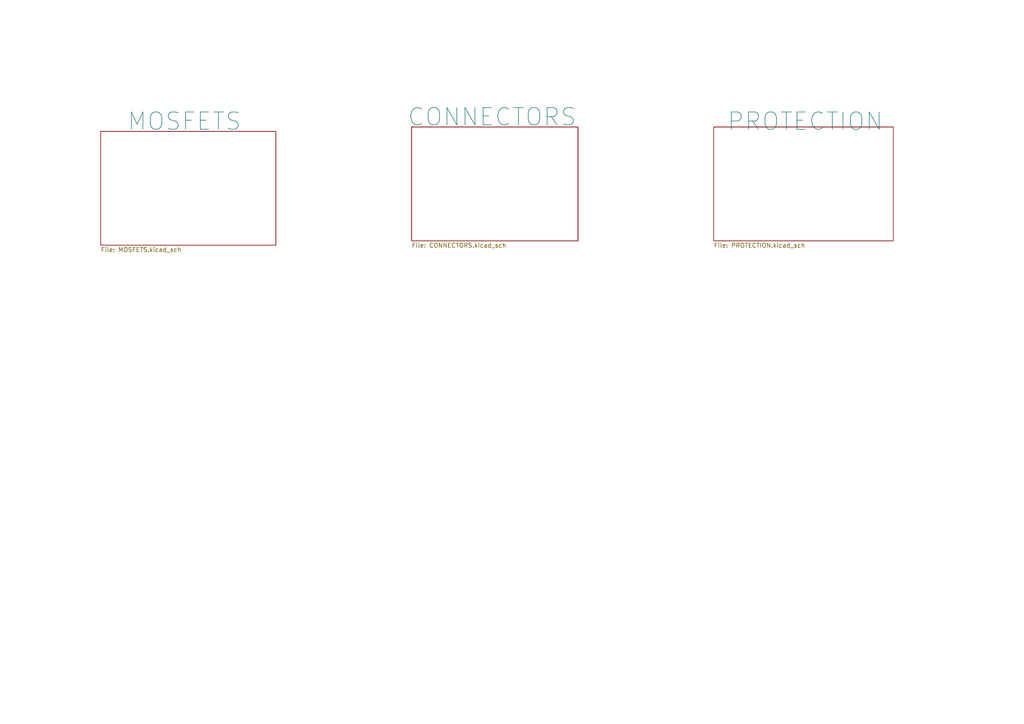
<source format=kicad_sch>
(kicad_sch (version 20211123) (generator eeschema)
  (paper "A4")
  (lib_symbols)
  (sheet (at 119.38 36.83) (size 48.26 33.02) (stroke (width 0.1524))
    (property "Sheet name" "CONNECTORS" (at 118.11 36.83 0) (effects (font (size 5 5)) (justify left bottom)))
    (property "Sheet file" "CONNECTORS.kicad_sch" (at 119.38 70.4346 0) (effects (justify left top)))
  )
  (sheet (at 29.21 38.1) (size 50.8 33.02) (stroke (width 0.1524))
    (property "Sheet name" "MOSFETS" (at 36.83 38.1 0) (effects (font (size 5 5)) (justify left bottom)))
    (property "Sheet file" "MOSFETS.kicad_sch" (at 29.21 71.7046 0) (effects (justify left top)))
  )
  (sheet (at 207.01 36.83) (size 52.07 33.02) (stroke (width 0.1524))
    (property "Sheet name" "PROTECTION " (at 210.82 38.1 0) (effects (font (size 5 5)) (justify left bottom)))
    (property "Sheet file" "PROTECTION.kicad_sch" (at 207.01 70.4346 0) (effects (justify left top)))
  )
)
</source>
